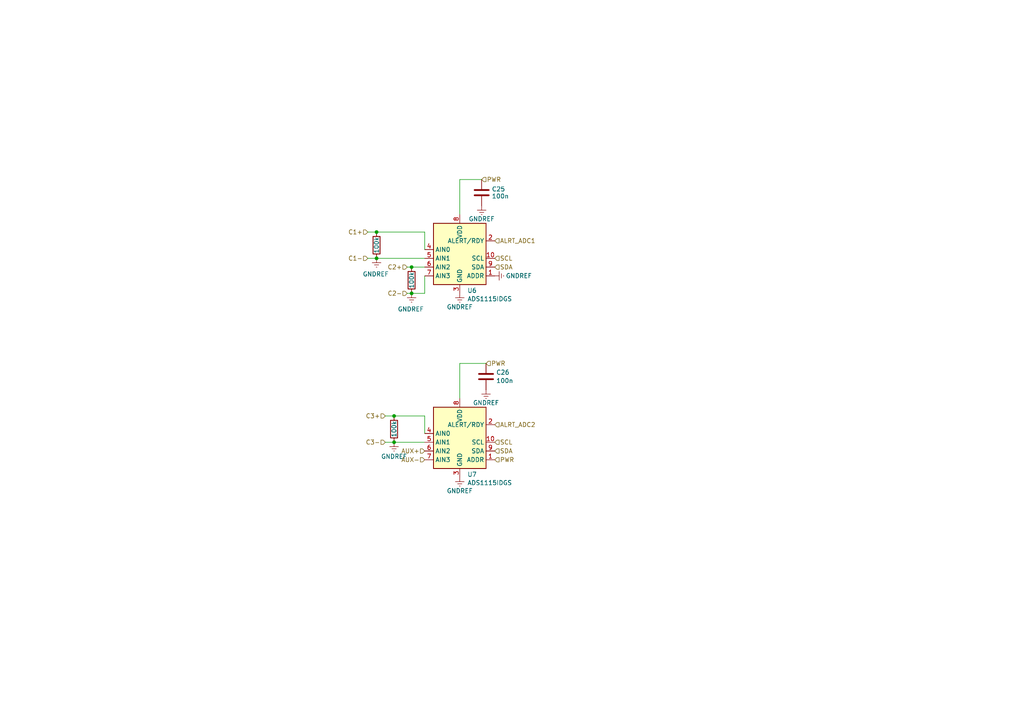
<source format=kicad_sch>
(kicad_sch (version 20250114) (generator "eeschema") (generator_version "9.0")
  (paper "A4")
  (lib_symbols
    (symbol "Library:ADS1115IDGS"
      (property "Reference" "U" (at 2.54 13.97 0))
      (property "Value" "ADS1115IDGS" (at 7.62 11.43 0))
      (symbol "ADS1115IDGS_0_1"
        (rectangle (start -7.62 10.16) (end 7.62 -7.62) (stroke (width 0.254)) (fill (type background)))
      )
      (symbol "ADS1115IDGS_1_1"
        (pin input line (at -10.16 2.54 0) (length 2.54) (name "AIN0") (number "4"))
        (pin input line (at -10.16 0 0) (length 2.54) (name "AIN1") (number "5"))
        (pin input line (at -10.16 -2.54 0) (length 2.54) (name "AIN2") (number "6"))
        (pin input line (at -10.16 -5.08 0) (length 2.54) (name "AIN3") (number "7"))
        (pin power_in line (at 0 12.7 270) (length 2.54) (name "VDD") (number "8"))
        (pin power_in line (at 0 -10.16 90) (length 2.54) (name "GND") (number "3"))
        (pin output line (at 10.16 5.08 180) (length 2.54) (name "ALERT/RDY") (number "2"))
        (pin input line (at 10.16 0 180) (length 2.54) (name "SCL") (number "10"))
        (pin bidirectional line (at 10.16 -2.54 180) (length 2.54) (name "SDA") (number "9"))
        (pin input line (at 10.16 -5.08 180) (length 2.54) (name "ADDR") (number "1"))
      )
    )
    (symbol "Library:C" (pin_numbers (hide yes)) (pin_names (offset 0.254))
      (property "Reference" "C" (at 0.635 2.54 0))
      (property "Value" "C" (at 0.635 -2.54 0))
      (symbol "C_0_1"
        (polyline (pts (xy -2.032 0.762) (xy 2.032 0.762)) (stroke (width 0.508)))
        (polyline (pts (xy -2.032 -0.762) (xy 2.032 -0.762)) (stroke (width 0.508)))
      )
      (symbol "C_1_1"
        (pin passive line (at 0 3.81 270) (length 2.794) (name "~") (number "1"))
        (pin passive line (at 0 -3.81 90) (length 2.794) (name "~") (number "2"))
      )
    )
    (symbol "Library:R" (pin_numbers (hide yes)) (pin_names (offset 0))
      (property "Reference" "R" (at 2.032 0 90))
      (property "Value" "R" (at 0 0 90))
      (symbol "R_0_1"
        (rectangle (start -1.016 -2.54) (end 1.016 2.54) (stroke (width 0.254)))
      )
      (symbol "R_1_1"
        (pin passive line (at 0 3.81 270) (length 1.27) (name "~") (number "1"))
        (pin passive line (at 0 -3.81 90) (length 1.27) (name "~") (number "2"))
      )
    )
    (symbol "power:GNDREF" (power) (pin_names (offset 0))
      (property "Value" "GNDREF" (at 0 -3.81 0))
      (symbol "GNDREF_0_1"
        (polyline (pts (xy -0.635 -1.905) (xy 0.635 -1.905)))
        (polyline (pts (xy -0.127 -2.54) (xy 0.127 -2.54)))
        (polyline (pts (xy 0 -1.27) (xy 0 0)))
        (polyline (pts (xy 1.27 -1.27) (xy -1.27 -1.27)))
      )
      (symbol "GNDREF_1_1"
        (pin power_in line (at 0 0 270) (length 0) (hide yes) (name "GNDREF") (number "1"))
      )
    )
  )
  (junction (at 114.3 120.65))
  (junction (at 119.38 85.09))
  (junction (at 114.3 128.27))
  (junction (at 119.38 77.47))
  (junction (at 109.22 67.31))
  (junction (at 109.22 74.93))
  (wire (pts (xy 114.3 120.65) (xy 123.19 120.65)))
  (wire (pts (xy 133.35 105.41) (xy 140.97 105.41)))
  (wire (pts (xy 123.19 67.31) (xy 123.19 72.39)))
  (wire (pts (xy 111.76 120.65) (xy 114.3 120.65)))
  (wire (pts (xy 109.22 67.31) (xy 123.19 67.31)))
  (wire (pts (xy 109.22 74.93) (xy 123.19 74.93)))
  (wire (pts (xy 133.35 105.41) (xy 133.35 115.57)))
  (wire (pts (xy 118.11 77.47) (xy 119.38 77.47)))
  (wire (pts (xy 133.35 52.07) (xy 133.35 62.23)))
  (wire (pts (xy 106.68 74.93) (xy 109.22 74.93)))
  (wire (pts (xy 123.19 85.09) (xy 123.19 80.01)))
  (wire (pts (xy 114.3 128.27) (xy 123.19 128.27)))
  (wire (pts (xy 123.19 120.65) (xy 123.19 125.73)))
  (wire (pts (xy 111.76 128.27) (xy 114.3 128.27)))
  (wire (pts (xy 133.35 52.07) (xy 139.7 52.07)))
  (wire (pts (xy 118.11 85.09) (xy 119.38 85.09)))
  (wire (pts (xy 119.38 85.09) (xy 123.19 85.09)))
  (wire (pts (xy 119.38 77.47) (xy 123.19 77.47)))
  (wire (pts (xy 106.68 67.31) (xy 109.22 67.31)))
  (hierarchical_label "SDA" (shape input) (at 143.51 77.47 0))
  (hierarchical_label "PWR" (shape input) (at 139.7 52.07 0))
  (hierarchical_label "C2+" (shape input) (at 118.11 77.47 180))
  (hierarchical_label "C1+" (shape input) (at 106.68 67.31 180))
  (hierarchical_label "C3-" (shape input) (at 111.76 128.27 180))
  (hierarchical_label "AUX+" (shape input) (at 123.19 130.81 180))
  (hierarchical_label "SCL" (shape input) (at 143.51 128.27 0))
  (hierarchical_label "ALRT_ADC1" (shape input) (at 143.51 69.85 0))
  (hierarchical_label "PWR" (shape input) (at 140.97 105.41 0))
  (hierarchical_label "C2-" (shape input) (at 118.11 85.09 180))
  (hierarchical_label "PWR" (shape input) (at 143.51 133.35 0))
  (hierarchical_label "C1-" (shape input) (at 106.68 74.93 180))
  (hierarchical_label "SCL" (shape input) (at 143.51 74.93 0))
  (hierarchical_label "ALRT_ADC2" (shape input) (at 143.51 123.19 0))
  (hierarchical_label "AUX-" (shape input) (at 123.19 133.35 180))
  (hierarchical_label "C3+" (shape input) (at 111.76 120.65 180))
  (hierarchical_label "SDA" (shape input) (at 143.51 130.81 0))
  (symbol (lib_id "Library:ADS1115IDGS") (at 133.35 128.27 0) (unit 1)
    (property "Reference" "U7" (at 135.5441 137.6101 0) (effects (justify left)))
    (property "Value" "ADS1115IDGS" (at 135.5441 140.0343 0) (effects (justify left)))
    (property "Footprint" "Package_SO:TSSOP-10_3x3mm_P0.5mm" (effects (hide yes)))
    (property "Datasheet" "http://www.ti.com/lit/ds/symlink/ads1113.pdf" (effects (hide yes)))
    (property "JLC" "C37593" (effects (hide yes)))
    (property "JlcRotOffset" "-90" (effects (hide yes)))
  )
  (symbol (lib_id "Library:C") (at 139.7 55.88 0) (unit 1)
    (property "Reference" "C25" (at 142.621 54.856 0) (effects (justify left)))
    (property "Value" "100n" (at 142.621 56.904 0) (effects (justify left)))
    (property "Footprint" "Capacitor_SMD:C_0603_1608Metric" (effects (hide yes)))
    (property "MPN" "C14663" (effects (hide yes)))
  )
  (symbol (lib_id "Library:R") (at 114.3 124.46 0) (mirror x) (unit 1)
    (property "Reference" "R13" (effects (hide yes)))
    (property "Value" "100k" (at 114.3 124.46 90))
    (property "Footprint" "Resistor_SMD:R_0402_1005Metric" (effects (hide yes)))
    (property "MPN" "C25741" (effects (hide yes)))
  )
  (symbol (lib_id "power:GNDREF") (at 119.38 85.09 0) (unit 1)
    (property "Reference" "#PWR060" (effects (hide yes)))
    (property "Value" "GNDREF" (at 122.936 89.662 0) (effects (justify right)))
  )
  (symbol (lib_id "Library:R") (at 109.22 71.12 0) (mirror x) (unit 1)
    (property "Reference" "R15" (effects (hide yes)))
    (property "Value" "100k" (at 109.22 71.12 90))
    (property "Footprint" "Resistor_SMD:R_0402_1005Metric" (effects (hide yes)))
    (property "MPN" "C25741" (effects (hide yes)))
  )
  (symbol (lib_id "power:GNDREF") (at 109.22 74.93 0) (unit 1)
    (property "Reference" "#PWR058" (effects (hide yes)))
    (property "Value" "GNDREF" (at 112.776 79.502 0) (effects (justify right)))
  )
  (symbol (lib_id "power:GNDREF") (at 114.3 128.27 0) (unit 1)
    (property "Reference" "#PWR059" (effects (hide yes)))
    (property "Value" "GNDREF" (at 114.3 132.4031 0))
  )
  (symbol (lib_id "power:GNDREF") (at 133.35 138.43 0) (unit 1)
    (property "Reference" "#PWR062" (effects (hide yes)))
    (property "Value" "GNDREF" (at 133.35 142.375 0))
  )
  (symbol (lib_id "power:GNDREF") (at 143.51 80.01 90) (unit 1)
    (property "Reference" "#PWR065" (effects (hide yes)))
    (property "Value" "GNDREF" (at 146.685 80.01 90) (effects (justify right)))
  )
  (symbol (lib_id "Library:C") (at 140.97 109.22 0) (unit 1)
    (property "Reference" "C26" (at 143.891 108.0079 0) (effects (justify left)))
    (property "Value" "100n" (at 143.891 110.4321 0) (effects (justify left)))
    (property "Footprint" "Capacitor_SMD:C_0603_1608Metric" (effects (hide yes)))
    (property "MPN" "C14663" (effects (hide yes)))
  )
  (symbol (lib_id "power:GNDREF") (at 133.35 85.09 0) (unit 1)
    (property "Reference" "#PWR061" (effects (hide yes)))
    (property "Value" "GNDREF" (at 133.35 89.035 0))
  )
  (symbol (lib_id "power:GNDREF") (at 139.7 59.69 0) (unit 1)
    (property "Reference" "#PWR063" (effects (hide yes)))
    (property "Value" "GNDREF" (at 139.7 63.5 0))
  )
  (symbol (lib_id "power:GNDREF") (at 140.97 113.03 0) (unit 1)
    (property "Reference" "#PWR064" (effects (hide yes)))
    (property "Value" "GNDREF" (at 140.97 116.84 0))
  )
  (symbol (lib_id "Library:R") (at 119.38 81.28 0) (mirror x) (unit 1)
    (property "Reference" "R14" (effects (hide yes)))
    (property "Value" "100k" (at 119.38 81.28 90))
    (property "Footprint" "Resistor_SMD:R_0402_1005Metric" (effects (hide yes)))
    (property "MPN" "C25741" (effects (hide yes)))
  )
  (symbol (lib_id "Library:ADS1115IDGS") (at 133.35 74.93 0) (unit 1)
    (property "Reference" "U6" (at 135.5441 84.2701 0) (effects (justify left)))
    (property "Value" "ADS1115IDGS" (at 135.5441 86.6943 0) (effects (justify left)))
    (property "Footprint" "Package_SO:TSSOP-10_3x3mm_P0.5mm" (effects (hide yes)))
    (property "Datasheet" "http://www.ti.com/lit/ds/symlink/ads1113.pdf" (effects (hide yes)))
    (property "JLC" "C37593" (effects (hide yes)))
    (property "JlcRotOffset" "-90" (effects (hide yes)))
  )
)
</source>
